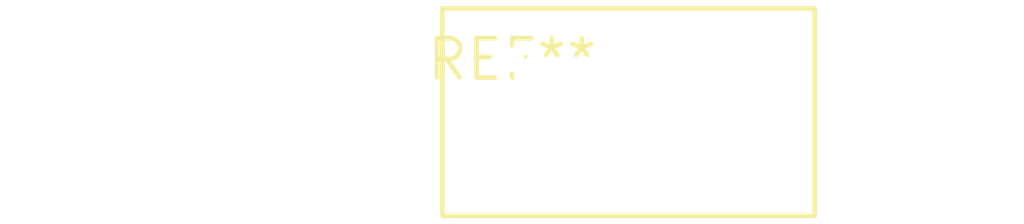
<source format=kicad_pcb>
(kicad_pcb (version 20240108) (generator pcbnew)
  (layers (0 "F.Cu" signal) (31 "B.Cu" signal) (34 "B.Paste" user) (35 "F.Paste" user) (36 "B.SilkS" user "B.Silkscreen") (37 "F.SilkS" user "F.Silkscreen") (38 "B.Mask" user) (39 "F.Mask" user) (44 "Edge.Cuts" user))
  (net 0 "")
  (footprint "RV_Disc_D12mm_W6.7mm_P7.5mm" (layer "F.Cu") (at 0 0)
    (property "Reference" "REF**")
    (property "Value" "RV_Disc_D12mm_W6.7mm_P7.5mm")
    (fp_line (start -2.25 -1.65) (end -2.25 5.05) (layer "F.SilkS") (stroke (width 0.15)))
    (fp_line (start -2.25 -1.65) (end 9.75 -1.65) (layer "F.SilkS") (stroke (width 0.15)))
    (fp_line (start -2.25 5.05) (end 9.75 5.05) (layer "F.SilkS") (stroke (width 0.15)))
    (fp_line (start 9.75 -1.65) (end 9.75 5.05) (layer "F.SilkS") (stroke (width 0.15)))
    (pad "1" thru_hole circle (at 0 0) (size 1.8 1.8) (drill 0.8) (layers *.Cu *.Mask) (remove_unused_layers))
    (pad "2" thru_hole circle (at 7.5 3.4) (size 1.8 1.8) (drill 0.8) (layers *.Cu *.Mask) (remove_unused_layers))
  )
)
</source>
